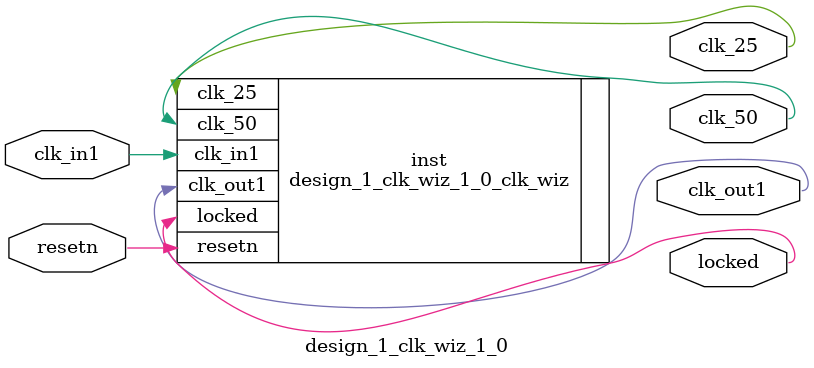
<source format=v>


`timescale 1ps/1ps

(* CORE_GENERATION_INFO = "design_1_clk_wiz_1_0,clk_wiz_v6_0_0_0,{component_name=design_1_clk_wiz_1_0,use_phase_alignment=true,use_min_o_jitter=false,use_max_i_jitter=false,use_dyn_phase_shift=false,use_inclk_switchover=false,use_dyn_reconfig=false,enable_axi=0,feedback_source=FDBK_AUTO,PRIMITIVE=MMCM,num_out_clk=3,clkin1_period=10.000,clkin2_period=10.000,use_power_down=false,use_reset=true,use_locked=true,use_inclk_stopped=false,feedback_type=SINGLE,CLOCK_MGR_TYPE=NA,manual_override=false}" *)

module design_1_clk_wiz_1_0 
 (
  // Clock out ports
  output        clk_out1,
  output        clk_50,
  output        clk_25,
  // Status and control signals
  input         resetn,
  output        locked,
 // Clock in ports
  input         clk_in1
 );

  design_1_clk_wiz_1_0_clk_wiz inst
  (
  // Clock out ports  
  .clk_out1(clk_out1),
  .clk_50(clk_50),
  .clk_25(clk_25),
  // Status and control signals               
  .resetn(resetn), 
  .locked(locked),
 // Clock in ports
  .clk_in1(clk_in1)
  );

endmodule

</source>
